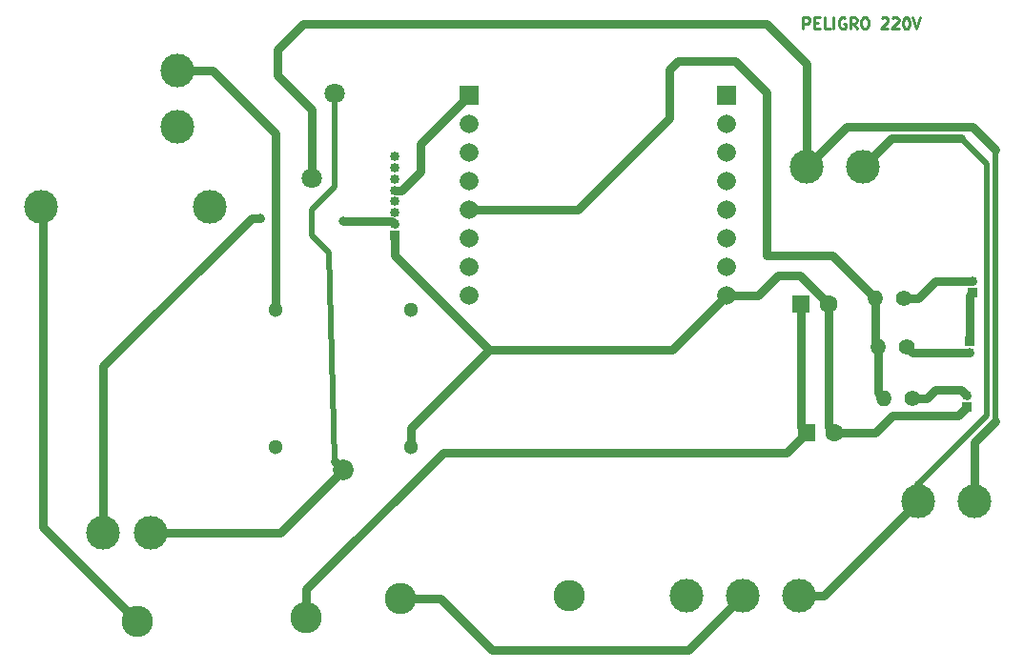
<source format=gbr>
%TF.GenerationSoftware,KiCad,Pcbnew,5.1.7-a382d34a8~88~ubuntu20.04.1*%
%TF.CreationDate,2020-12-27T18:37:31+01:00*%
%TF.ProjectId,PhotoPlug,50686f74-6f50-46c7-9567-2e6b69636164,rev?*%
%TF.SameCoordinates,Original*%
%TF.FileFunction,Copper,L1,Top*%
%TF.FilePolarity,Positive*%
%FSLAX46Y46*%
G04 Gerber Fmt 4.6, Leading zero omitted, Abs format (unit mm)*
G04 Created by KiCad (PCBNEW 5.1.7-a382d34a8~88~ubuntu20.04.1) date 2020-12-27 18:37:31*
%MOMM*%
%LPD*%
G01*
G04 APERTURE LIST*
%TA.AperFunction,NonConductor*%
%ADD10C,0.250000*%
%TD*%
%TA.AperFunction,ComponentPad*%
%ADD11C,3.000000*%
%TD*%
%TA.AperFunction,ComponentPad*%
%ADD12O,0.850000X0.850000*%
%TD*%
%TA.AperFunction,ComponentPad*%
%ADD13R,0.850000X0.850000*%
%TD*%
%TA.AperFunction,ComponentPad*%
%ADD14C,1.800000*%
%TD*%
%TA.AperFunction,ComponentPad*%
%ADD15O,1.400000X1.400000*%
%TD*%
%TA.AperFunction,ComponentPad*%
%ADD16C,1.400000*%
%TD*%
%TA.AperFunction,ComponentPad*%
%ADD17C,1.840000*%
%TD*%
%TA.AperFunction,ComponentPad*%
%ADD18C,1.300000*%
%TD*%
%TA.AperFunction,ComponentPad*%
%ADD19C,1.665000*%
%TD*%
%TA.AperFunction,ComponentPad*%
%ADD20R,1.665000X1.665000*%
%TD*%
%TA.AperFunction,ComponentPad*%
%ADD21C,2.780000*%
%TD*%
%TA.AperFunction,ComponentPad*%
%ADD22C,1.600000*%
%TD*%
%TA.AperFunction,ComponentPad*%
%ADD23R,1.600000X1.600000*%
%TD*%
%TA.AperFunction,ViaPad*%
%ADD24C,0.800000*%
%TD*%
%TA.AperFunction,Conductor*%
%ADD25C,0.750000*%
%TD*%
%TA.AperFunction,Conductor*%
%ADD26C,0.500000*%
%TD*%
G04 APERTURE END LIST*
D10*
X186396952Y-96718380D02*
X186396952Y-95718380D01*
X186777904Y-95718380D01*
X186873142Y-95766000D01*
X186920761Y-95813619D01*
X186968380Y-95908857D01*
X186968380Y-96051714D01*
X186920761Y-96146952D01*
X186873142Y-96194571D01*
X186777904Y-96242190D01*
X186396952Y-96242190D01*
X187396952Y-96194571D02*
X187730285Y-96194571D01*
X187873142Y-96718380D02*
X187396952Y-96718380D01*
X187396952Y-95718380D01*
X187873142Y-95718380D01*
X188777904Y-96718380D02*
X188301714Y-96718380D01*
X188301714Y-95718380D01*
X189111238Y-96718380D02*
X189111238Y-95718380D01*
X190111238Y-95766000D02*
X190016000Y-95718380D01*
X189873142Y-95718380D01*
X189730285Y-95766000D01*
X189635047Y-95861238D01*
X189587428Y-95956476D01*
X189539809Y-96146952D01*
X189539809Y-96289809D01*
X189587428Y-96480285D01*
X189635047Y-96575523D01*
X189730285Y-96670761D01*
X189873142Y-96718380D01*
X189968380Y-96718380D01*
X190111238Y-96670761D01*
X190158857Y-96623142D01*
X190158857Y-96289809D01*
X189968380Y-96289809D01*
X191158857Y-96718380D02*
X190825523Y-96242190D01*
X190587428Y-96718380D02*
X190587428Y-95718380D01*
X190968380Y-95718380D01*
X191063619Y-95766000D01*
X191111238Y-95813619D01*
X191158857Y-95908857D01*
X191158857Y-96051714D01*
X191111238Y-96146952D01*
X191063619Y-96194571D01*
X190968380Y-96242190D01*
X190587428Y-96242190D01*
X191777904Y-95718380D02*
X191968380Y-95718380D01*
X192063619Y-95766000D01*
X192158857Y-95861238D01*
X192206476Y-96051714D01*
X192206476Y-96385047D01*
X192158857Y-96575523D01*
X192063619Y-96670761D01*
X191968380Y-96718380D01*
X191777904Y-96718380D01*
X191682666Y-96670761D01*
X191587428Y-96575523D01*
X191539809Y-96385047D01*
X191539809Y-96051714D01*
X191587428Y-95861238D01*
X191682666Y-95766000D01*
X191777904Y-95718380D01*
X193349333Y-95813619D02*
X193396952Y-95766000D01*
X193492190Y-95718380D01*
X193730285Y-95718380D01*
X193825523Y-95766000D01*
X193873142Y-95813619D01*
X193920761Y-95908857D01*
X193920761Y-96004095D01*
X193873142Y-96146952D01*
X193301714Y-96718380D01*
X193920761Y-96718380D01*
X194301714Y-95813619D02*
X194349333Y-95766000D01*
X194444571Y-95718380D01*
X194682666Y-95718380D01*
X194777904Y-95766000D01*
X194825523Y-95813619D01*
X194873142Y-95908857D01*
X194873142Y-96004095D01*
X194825523Y-96146952D01*
X194254095Y-96718380D01*
X194873142Y-96718380D01*
X195492190Y-95718380D02*
X195587428Y-95718380D01*
X195682666Y-95766000D01*
X195730285Y-95813619D01*
X195777904Y-95908857D01*
X195825523Y-96099333D01*
X195825523Y-96337428D01*
X195777904Y-96527904D01*
X195730285Y-96623142D01*
X195682666Y-96670761D01*
X195587428Y-96718380D01*
X195492190Y-96718380D01*
X195396952Y-96670761D01*
X195349333Y-96623142D01*
X195301714Y-96527904D01*
X195254095Y-96337428D01*
X195254095Y-96099333D01*
X195301714Y-95908857D01*
X195349333Y-95813619D01*
X195396952Y-95766000D01*
X195492190Y-95718380D01*
X196111238Y-95718380D02*
X196444571Y-96718380D01*
X196777904Y-95718380D01*
D11*
%TO.P,U1,1*%
%TO.N,Net-(J1-Pad2)*%
X124238000Y-141500000D03*
%TO.P,U1,0*%
%TO.N,Net-(F1-Pad2)*%
X128438000Y-141500000D03*
%TO.P,U1,3*%
%TO.N,GND*%
X133738000Y-112500000D03*
%TO.P,U1,2*%
%TO.N,Net-(F2-Pad2)*%
X118738000Y-112500000D03*
%TD*%
%TO.P,J3,1*%
%TO.N,Net-(J1-Pad2)*%
X186690000Y-108966000D03*
%TO.P,J3,2*%
%TO.N,Net-(J1-Pad1)*%
X191690000Y-108966000D03*
%TD*%
D12*
%TO.P,J4,8*%
%TO.N,Net-(IC1-Pad3)*%
X150114000Y-108062000D03*
%TO.P,J4,7*%
%TO.N,Net-(IC1-Pad2)*%
X150114000Y-109062000D03*
%TO.P,J4,6*%
%TO.N,Net-(IC1-Pad1)*%
X150114000Y-110062000D03*
%TO.P,J4,5*%
%TO.N,+5V*%
X150114000Y-111062000D03*
%TO.P,J4,4*%
X150114000Y-112062000D03*
%TO.P,J4,3*%
%TO.N,GND*%
X150114000Y-113062000D03*
%TO.P,J4,2*%
X150114000Y-114062000D03*
D13*
%TO.P,J4,1*%
X150114000Y-115062000D03*
%TD*%
D14*
%TO.P,RV1,1*%
%TO.N,Net-(J1-Pad2)*%
X142748000Y-109982000D03*
%TO.P,RV1,2*%
%TO.N,Net-(F1-Pad2)*%
X144798000Y-102482000D03*
%TD*%
D15*
%TO.P,R3,2*%
%TO.N,Net-(IC1-Pad4)*%
X193040000Y-124968000D03*
D16*
%TO.P,R3,1*%
%TO.N,Net-(J6-Pad2)*%
X195580000Y-124968000D03*
%TD*%
D15*
%TO.P,R2,2*%
%TO.N,Net-(IC1-Pad4)*%
X192786000Y-120650000D03*
D16*
%TO.P,R2,1*%
%TO.N,Net-(J8-Pad2)*%
X195326000Y-120650000D03*
%TD*%
D15*
%TO.P,R1,2*%
%TO.N,Net-(IC1-Pad4)*%
X193548000Y-129540000D03*
D16*
%TO.P,R1,1*%
%TO.N,Net-(J7-Pad2)*%
X196088000Y-129540000D03*
%TD*%
D17*
%TO.P,K1,1*%
%TO.N,Net-(F1-Pad2)*%
X145542000Y-135890000D03*
D18*
%TO.P,K1,2*%
%TO.N,Net-(IC1-Pad6)*%
X139542000Y-133890000D03*
%TO.P,K1,3*%
%TO.N,GND*%
X151542000Y-133890000D03*
%TO.P,K1,4*%
%TO.N,Net-(J2-Pad1)*%
X139542000Y-121690000D03*
%TO.P,K1,5*%
%TO.N,N/C*%
X151542000Y-121690000D03*
%TD*%
D12*
%TO.P,J8,2*%
%TO.N,Net-(J8-Pad2)*%
X201422000Y-119142000D03*
D13*
%TO.P,J8,1*%
%TO.N,GND*%
X201422000Y-120142000D03*
%TD*%
D12*
%TO.P,J7,2*%
%TO.N,Net-(J7-Pad2)*%
X200914000Y-129302000D03*
D13*
%TO.P,J7,1*%
%TO.N,GND*%
X200914000Y-130302000D03*
%TD*%
D12*
%TO.P,J6,2*%
%TO.N,Net-(J6-Pad2)*%
X201168000Y-125460000D03*
D13*
%TO.P,J6,1*%
%TO.N,GND*%
X201168000Y-124460000D03*
%TD*%
D11*
%TO.P,J5,1*%
%TO.N,Net-(J1-Pad2)*%
X130810000Y-105410000D03*
%TO.P,J5,2*%
%TO.N,Net-(J2-Pad1)*%
X130810000Y-100410000D03*
%TD*%
%TO.P,J2,1*%
%TO.N,Net-(J2-Pad1)*%
X176022000Y-147066000D03*
%TO.P,J2,2*%
%TO.N,Net-(F1-Pad1)*%
X181022000Y-147066000D03*
%TO.P,J2,3*%
%TO.N,Net-(J1-Pad1)*%
X186022000Y-147066000D03*
%TD*%
%TO.P,J1,1*%
%TO.N,Net-(J1-Pad1)*%
X196596000Y-138684000D03*
%TO.P,J1,2*%
%TO.N,Net-(J1-Pad2)*%
X201596000Y-138684000D03*
%TD*%
D19*
%TO.P,IC1,1*%
%TO.N,Net-(IC1-Pad1)*%
X156718000Y-120396000D03*
%TO.P,IC1,2*%
%TO.N,Net-(IC1-Pad2)*%
X156718000Y-117856000D03*
%TO.P,IC1,3*%
%TO.N,Net-(IC1-Pad3)*%
X156718000Y-115316000D03*
%TO.P,IC1,4*%
%TO.N,Net-(IC1-Pad4)*%
X156718000Y-112776000D03*
%TO.P,IC1,5*%
%TO.N,N/C*%
X156718000Y-110236000D03*
%TO.P,IC1,6*%
%TO.N,Net-(IC1-Pad6)*%
X156718000Y-107696000D03*
%TO.P,IC1,7*%
%TO.N,N/C*%
X156718000Y-105156000D03*
D20*
%TO.P,IC1,8*%
%TO.N,+5V*%
X156718000Y-102616000D03*
%TO.P,IC1,9*%
%TO.N,N/C*%
X179578000Y-102616000D03*
D19*
%TO.P,IC1,10*%
X179578000Y-105156000D03*
%TO.P,IC1,11*%
X179578000Y-107696000D03*
%TO.P,IC1,12*%
X179578000Y-110236000D03*
%TO.P,IC1,13*%
X179578000Y-112776000D03*
%TO.P,IC1,14*%
X179578000Y-115316000D03*
%TO.P,IC1,15*%
X179578000Y-117856000D03*
%TO.P,IC1,16*%
%TO.N,GND*%
X179578000Y-120396000D03*
%TD*%
D21*
%TO.P,F2,1*%
%TO.N,+1V5*%
X142270000Y-149052000D03*
%TO.P,F2,2*%
%TO.N,Net-(F2-Pad2)*%
X127270000Y-149372000D03*
%TD*%
%TO.P,F1,1*%
%TO.N,Net-(F1-Pad1)*%
X150592000Y-147366000D03*
%TO.P,F1,2*%
%TO.N,Net-(F1-Pad2)*%
X165592000Y-147046000D03*
%TD*%
D22*
%TO.P,C2,2*%
%TO.N,GND*%
X189190000Y-132588000D03*
D23*
%TO.P,C2,1*%
%TO.N,+1V5*%
X186690000Y-132588000D03*
%TD*%
D22*
%TO.P,C1,2*%
%TO.N,GND*%
X188682000Y-121158000D03*
D23*
%TO.P,C1,1*%
%TO.N,+1V5*%
X186182000Y-121158000D03*
%TD*%
D24*
%TO.N,GND*%
X145542000Y-113792000D03*
X150114000Y-114062000D03*
%TO.N,Net-(J1-Pad2)*%
X142748000Y-109982000D03*
X138176000Y-113538000D03*
%TD*%
D25*
%TO.N,GND*%
X179578000Y-120396000D02*
X182372000Y-120396000D01*
X182372000Y-120396000D02*
X184150000Y-118618000D01*
X186142000Y-118618000D02*
X188682000Y-121158000D01*
X184150000Y-118618000D02*
X186142000Y-118618000D01*
X188682000Y-132080000D02*
X189190000Y-132588000D01*
X188682000Y-121158000D02*
X188682000Y-132080000D01*
X189190000Y-132588000D02*
X192786000Y-132588000D01*
X192786000Y-132588000D02*
X194310000Y-131064000D01*
X200152000Y-131064000D02*
X200914000Y-130302000D01*
X194310000Y-131064000D02*
X200152000Y-131064000D01*
X201168000Y-120396000D02*
X201422000Y-120142000D01*
X201168000Y-124460000D02*
X201168000Y-120396000D01*
X149844000Y-113792000D02*
X150114000Y-114062000D01*
X145542000Y-113792000D02*
X149844000Y-113792000D01*
X150114000Y-115062000D02*
X150114000Y-116840000D01*
X150114000Y-116840000D02*
X158496000Y-125222000D01*
X174752000Y-125222000D02*
X179578000Y-120396000D01*
X158496000Y-125222000D02*
X174752000Y-125222000D01*
X151542000Y-132176000D02*
X158496000Y-125222000D01*
X151542000Y-133890000D02*
X151542000Y-132176000D01*
%TO.N,+1V5*%
X142270000Y-149052000D02*
X142270000Y-146528000D01*
X142270000Y-146528000D02*
X154432000Y-134366000D01*
X184912000Y-134366000D02*
X186690000Y-132588000D01*
X154432000Y-134366000D02*
X184912000Y-134366000D01*
X186182000Y-132080000D02*
X186690000Y-132588000D01*
X186182000Y-121158000D02*
X186182000Y-132080000D01*
%TO.N,Net-(F1-Pad1)*%
X181022000Y-147066000D02*
X176196000Y-151892000D01*
X176196000Y-151892000D02*
X158750000Y-151892000D01*
X154224000Y-147366000D02*
X150592000Y-147366000D01*
X158750000Y-151892000D02*
X154224000Y-147366000D01*
%TO.N,Net-(F1-Pad2)*%
X144798000Y-135146000D02*
X145542000Y-135890000D01*
X139932000Y-141500000D02*
X145542000Y-135890000D01*
X128438000Y-141500000D02*
X139932000Y-141500000D01*
D26*
X144272000Y-116586000D02*
X144798000Y-135146000D01*
X144798000Y-102482000D02*
X144798000Y-110726000D01*
X144798000Y-110726000D02*
X142748000Y-112776000D01*
X142748000Y-115062000D02*
X144272000Y-116586000D01*
X142748000Y-112776000D02*
X142748000Y-115062000D01*
D25*
%TO.N,Net-(F2-Pad2)*%
X127270000Y-149372000D02*
X118868000Y-140970000D01*
X118868000Y-112630000D02*
X118738000Y-112500000D01*
X118868000Y-140970000D02*
X118868000Y-112630000D01*
%TO.N,Net-(IC1-Pad4)*%
X156718000Y-112776000D02*
X166370000Y-112776000D01*
X166370000Y-112776000D02*
X174498000Y-104648000D01*
X174498000Y-104648000D02*
X174498000Y-100330000D01*
X174498000Y-100330000D02*
X175260000Y-99568000D01*
X175260000Y-99568000D02*
X180340000Y-99568000D01*
X180340000Y-99568000D02*
X183134000Y-102362000D01*
X183134000Y-102362000D02*
X183134000Y-116840000D01*
X188976000Y-116840000D02*
X192786000Y-120650000D01*
X183134000Y-116840000D02*
X188976000Y-116840000D01*
X192786000Y-124714000D02*
X193040000Y-124968000D01*
X192786000Y-120650000D02*
X192786000Y-124714000D01*
X193040000Y-129032000D02*
X193548000Y-129540000D01*
X193040000Y-124968000D02*
X193040000Y-129032000D01*
%TO.N,+5V*%
X150715040Y-111062000D02*
X152400000Y-109377040D01*
X150114000Y-111062000D02*
X150715040Y-111062000D01*
X152400000Y-106934000D02*
X156718000Y-102616000D01*
X152400000Y-109377040D02*
X152400000Y-106934000D01*
%TO.N,Net-(J1-Pad1)*%
X196596000Y-138684000D02*
X196596000Y-137160000D01*
D26*
X196596000Y-137160000D02*
X202692000Y-131064000D01*
X202692000Y-131064000D02*
X202692000Y-108712000D01*
X202692000Y-108712000D02*
X200406000Y-106426000D01*
D25*
X194230000Y-106426000D02*
X191690000Y-108966000D01*
X200406000Y-106426000D02*
X194230000Y-106426000D01*
X188214000Y-147066000D02*
X196596000Y-138684000D01*
X186022000Y-147066000D02*
X188214000Y-147066000D01*
%TO.N,Net-(J1-Pad2)*%
X142748000Y-109982000D02*
X142748000Y-103886000D01*
X142748000Y-103886000D02*
X139700000Y-100838000D01*
X139700000Y-100838000D02*
X139700000Y-98552000D01*
X139700000Y-98552000D02*
X141986000Y-96266000D01*
X141986000Y-96266000D02*
X183134000Y-96266000D01*
X186690000Y-99822000D02*
X186690000Y-108966000D01*
X183134000Y-96266000D02*
X186690000Y-99822000D01*
X201596000Y-138684000D02*
X201596000Y-133430000D01*
X201596000Y-133430000D02*
X203454000Y-131572000D01*
D26*
X203454000Y-131572000D02*
X203454000Y-107442000D01*
D25*
X203454000Y-107442000D02*
X201422000Y-105410000D01*
X190246000Y-105410000D02*
X186690000Y-108966000D01*
X201422000Y-105410000D02*
X190246000Y-105410000D01*
X124238000Y-141500000D02*
X124238000Y-126714000D01*
X124238000Y-126714000D02*
X137414000Y-113538000D01*
X137414000Y-113538000D02*
X138176000Y-113538000D01*
%TO.N,Net-(J2-Pad1)*%
X130810000Y-100410000D02*
X133938000Y-100410000D01*
X139542000Y-106014000D02*
X139542000Y-121690000D01*
X133938000Y-100410000D02*
X139542000Y-106014000D01*
%TO.N,Net-(J6-Pad2)*%
X196072000Y-125460000D02*
X201168000Y-125460000D01*
X195580000Y-124968000D02*
X196072000Y-125460000D01*
%TO.N,Net-(J7-Pad2)*%
X196088000Y-129540000D02*
X197358000Y-129540000D01*
X197358000Y-129540000D02*
X198120000Y-128778000D01*
X200390000Y-128778000D02*
X200914000Y-129302000D01*
X198120000Y-128778000D02*
X200390000Y-128778000D01*
%TO.N,Net-(J8-Pad2)*%
X195326000Y-120650000D02*
X196596000Y-120650000D01*
X198104000Y-119142000D02*
X201422000Y-119142000D01*
X196596000Y-120650000D02*
X198104000Y-119142000D01*
%TD*%
M02*

</source>
